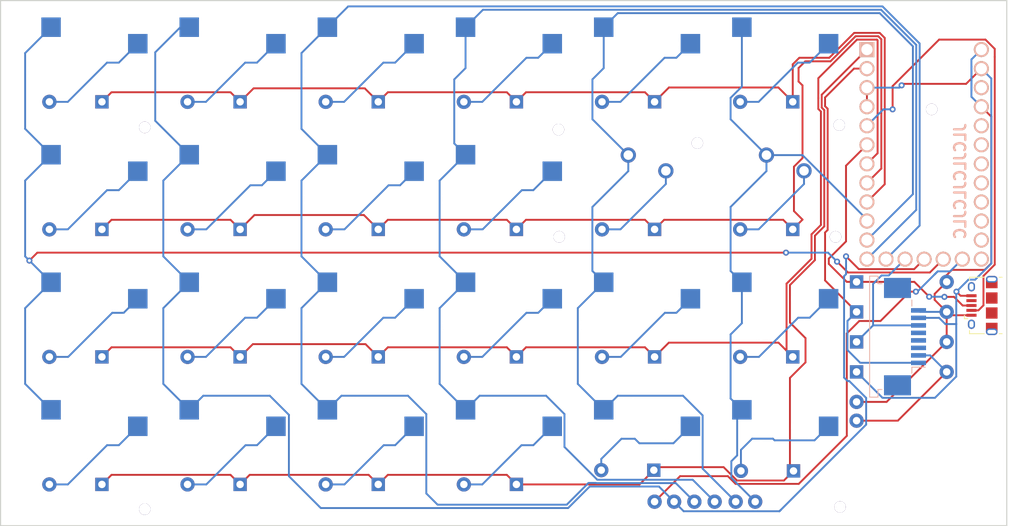
<source format=kicad_pcb>
(kicad_pcb (version 20211014) (generator pcbnew)
  (title_block (title "keyboard") (rev "v1.0.0") (company "Unknown"))
  (layers (0 "F.Cu" signal) (31 "B.Cu" signal) (34 "B.Paste" user) (35 "F.Paste" user) (36 "B.SilkS" user "B.Silkscreen") (37 "F.SilkS" user "F.Silkscreen") (38 "B.Mask" user) (39 "F.Mask" user) (44 "Edge.Cuts" user))
  (net 0 "")
  (net 1 "index_top")
  (net 2 "B4")
  (net 3 "inner_top")
  (net 4 "E6")
  (net 5 "outer_bottom")
  (net 6 "F1")
  (net 7 "outer_home")
  (net 8 "outer_top")
  (net 9 "outer_nums")
  (net 10 "pinky_bottom")
  (net 11 "C7")
  (net 12 "pinky_home")
  (net 13 "pinky_top")
  (net 14 "pinky_nums")
  (net 15 "ring_bottom")
  (net 16 "B7")
  (net 17 "ring_home")
  (net 18 "ring_top")
  (net 19 "ring_nums")
  (net 20 "middle_bottom")
  (net 21 "B5")
  (net 22 "middle_home")
  (net 23 "middle_top")
  (net 24 "middle_nums")
  (net 25 "index_bottom")
  (net 26 "index_home")
  (net 27 "index_nums")
  (net 28 "inner_bottom")
  (net 29 "inner_home")
  (net 30 "inner_nums")
  (net 31 "D3")
  (net 32 "D4")
  (net 33 "C6")
  (net 34 "D7")
  (net 35 "GND")
  (net 36 "RST")
  (net 37 "VCC")
  (net 38 "D2")
  (net 39 "D1")
  (net 40 "D0")
  (net 41 "D5")
  (net 42 "F0")
  (net 43 "B6")
  (net 44 "B2")
  (net 45 "B3")
  (net 46 "B1")
  (net 47 "F7")
  (net 48 "F6")
  (net 49 "F5")
  (net 50 "F4")
  (net 51 "trackpoint_reset")
  (footprint "VIA-0.6mm" (layer "F.Cu") (at 247.7 113.2)
    (fp_text reference "")
    (fp_text value "")
  )
  (footprint "" (layer "F.Cu") (at 225.7 163.4)
    (fp_text reference "")
    (fp_text value "")
  )
  (footprint "ComboDiode" (layer "F.Cu") (at 146 110.1 180)
    (fp_text reference "D4" hide)
    (fp_text value "" hide)
  )
  (footprint "" (layer "F.Cu") (at 236.5 163.4)
    (fp_text reference "")
    (fp_text value "")
  )
  (footprint "ComboDiode" (layer "F.Cu") (at 219.6 127.1 180)
    (fp_text reference "D19" hide)
    (fp_text value "" hide)
  )
  (footprint "PG1350" (layer "F.Cu") (at 219.6 140.1)
    (fp_text reference "S20" hide)
    (fp_text value "" hide)
  )
  (footprint "PG1350" (layer "F.Cu") (at 182.8 106.1)
    (fp_text reference "S14" hide)
    (fp_text value "" hide)
  )
  (footprint "PG1350" (layer "F.Cu") (at 238 123.1)
    (fp_text reference "S2" hide)
    (fp_text value "" hide)
  )
  (footprint "ComboDiode" (layer "F.Cu") (at 182.8 127.1 180)
    (fp_text reference "D11" hide)
    (fp_text value "" hide)
  )
  (footprint "" (layer "F.Cu") (at 228.4 163.4)
    (fp_text reference "")
    (fp_text value "")
  )
  (footprint "ComboDiode" (layer "F.Cu") (at 256 134.1)
    (fp_text reference "D25" hide)
    (fp_text value "" hide)
  )
  (footprint "" (layer "F.Cu") (at 233.9 163.4)
    (fp_text reference "")
    (fp_text value "")
  )
  (footprint "ComboDiode" (layer "F.Cu") (at 256 142.1)
    (fp_text reference "D27" hide)
    (fp_text value "" hide)
  )
  (footprint "ComboDiode" (layer "F.Cu") (at 182.8 161.1 180)
    (fp_text reference "D9" hide)
    (fp_text value "" hide)
  )
  (footprint "PG1350" (layer "F.Cu") (at 182.8 123.1)
    (fp_text reference "S13" hide)
    (fp_text value "" hide)
  )
  (footprint "PG1350" (layer "F.Cu") (at 219.6 157.1)
    (fp_text reference "S19" hide)
    (fp_text value "" hide)
  )
  (footprint "ComboDiode" (layer "F.Cu") (at 238 127.1 180)
    (fp_text reference "D23" hide)
    (fp_text value "" hide)
  )
  (footprint "VIA-0.6mm" (layer "F.Cu") (at 210.3 113.8)
    (fp_text reference "")
    (fp_text value "")
  )
  (footprint "VIA-0.6mm" (layer "F.Cu") (at 247.8 164.1)
    (fp_text reference "")
    (fp_text value "")
  )
  (footprint "PG1350" (layer "F.Cu") (at 201.2 157.1)
    (fp_text reference "S15" hide)
    (fp_text value "" hide)
  )
  (footprint "ComboDiode" (layer "F.Cu") (at 201.2 161.1 180)
    (fp_text reference "D13" hide)
    (fp_text value "" hide)
  )
  (footprint "VIA-0.6mm" (layer "F.Cu") (at 155.2 113.5)
    (fp_text reference "")
    (fp_text value "")
  )
  (footprint "PG1350" (layer "F.Cu") (at 146 123.1)
    (fp_text reference "S5" hide)
    (fp_text value "" hide)
  )
  (footprint "PG1350" (layer "F.Cu") (at 201.2 123.1)
    (fp_text reference "S17" hide)
    (fp_text value "" hide)
  )
  (footprint "PG1350" (layer "F.Cu") (at 201.2 106.1)
    (fp_text reference "S18" hide)
    (fp_text value "" hide)
  )
  (footprint "PG1350" (layer "F.Cu") (at 238 157.1)
    (fp_text reference "S22" hide)
    (fp_text value "" hide)
  )
  (footprint "ComboDiode" (layer "F.Cu") (at 219.6 144.1 180)
    (fp_text reference "D18" hide)
    (fp_text value "" hide)
  )
  (footprint "ComboDiode" (layer "F.Cu") (at 164.4 127.1 180)
    (fp_text reference "D7" hide)
    (fp_text value "" hide)
  )
  (footprint "ComboDiode" (layer "F.Cu") (at 164.4 110.1 180)
    (fp_text reference "D8" hide)
    (fp_text value "" hide)
  )
  (footprint "PG1350" (layer "F.Cu") (at 146 140.1)
    (fp_text reference "S4" hide)
    (fp_text value "" hide)
  )
  (footprint "VIA-0.6mm" (layer "F.Cu") (at 250 150.1)
    (fp_text reference "REF**" hide)
    (fp_text value "VIA-0.6mm" hide)
  )
  (footprint "PG1350" (layer "F.Cu") (at 182.8 140.1)
    (fp_text reference "S12" hide)
    (fp_text value "" hide)
  )
  (footprint "ComboDiode" (layer "F.Cu") (at 146 144.1 180)
    (fp_text reference "D2" hide)
    (fp_text value "" hide)
  )
  (footprint "ComboDiode" (layer "F.Cu") (at 256 138.1)
    (fp_text reference "D26" hide)
    (fp_text value "" hide)
  )
  (footprint "Elite-C-castellated-29pin-holes" (layer "F.Cu") (at 259 117.1 -90)
    (fp_text reference "")
    (fp_text value "")
  )
  (footprint "PG1350" (layer "F.Cu") (at 201.2 140.1)
    (fp_text reference "S16" hide)
    (fp_text value "" hide)
  )
  (footprint "VIA-0.6mm" (layer "F.Cu") (at 247.2 128.1)
    (fp_text reference "")
    (fp_text value "")
  )
  (footprint "ComboDiode" (layer "F.Cu") (at 164.4 144.1 180)
    (fp_text reference "D6" hide)
    (fp_text value "" hide)
  )
  (footprint "ComboDiode" (layer "F.Cu") (at 164.4 161.1 180)
    (fp_text reference "D5" hide)
    (fp_text value "" hide)
  )
  (footprint "PG1350" (layer "F.Cu") (at 164.4 106.1)
    (fp_text reference "S10" hide)
    (fp_text value "" hide)
  )
  (footprint "ComboDiode" (layer "F.Cu") (at 146 161.1 180)
    (fp_text reference "D1" hide)
    (fp_text value "" hide)
  )
  (footprint "PG1350" (layer "F.Cu") (at 182.8 157.1)
    (fp_text reference "S11" hide)
    (fp_text value "" hide)
  )
  (footprint "ComboDiode" (layer "F.Cu") (at 238.1 159.3 180)
    (fp_text reference "D21" hide)
    (fp_text value "" hide)
  )
  (footprint "PG1350" (layer "F.Cu") (at 164.4 157.1)
    (fp_text reference "S7" hide)
    (fp_text value "" hide)
  )
  (footprint "" (layer "F.Cu") (at 231.1 163.4)
    (fp_text reference "")
    (fp_text value "")
  )
  (footprint "PG1350" (layer "F.Cu") (at 238 106.1)
    (fp_text reference "S24" hide)
    (fp_text value "" hide)
  )
  (footprint "VIA-0.6mm" (layer "F.Cu") (at 155.2 164.4)
    (fp_text reference "")
    (fp_text value "")
  )
  (footprint "ComboDiode" (layer "F.Cu") (at 182.8 144.1 180)
    (fp_text reference "D10" hide)
    (fp_text value "" hide)
  )
  (footprint "ComboDiode" (layer "F.Cu") (at 238 110.1 180)
    (fp_text reference "D24" hide)
    (fp_text value "" hide)
  )
  (footprint "VIA-0.6mm" (layer "F.Cu") (at 250 152.6)
    (fp_text reference "REF**" hide)
    (fp_text value "VIA-0.6mm" hide)
  )
  (footprint "PG1350" (layer "F.Cu") (at 238 140.1)
    (fp_text reference "S23" hide)
    (fp_text value "" hide)
  )
  (footprint "" (layer "F.Cu") (at 223.1 163.4)
    (fp_text reference "")
    (fp_text value "")
  )
  (footprint "PG1350" (layer "F.Cu") (at 164.4 140.1)
    (fp_text reference "S8" hide)
    (fp_text value "" hide)
  )
  (footprint "PG1350" (layer "F.Cu") (at 164.4 123.1)
    (fp_text reference "S9" hide)
    (fp_text value "" hide)
  )
  (footprint "ComboDiode" (layer "F.Cu") (at 201.2 110.1 180)
    (fp_text reference "D16" hide)
    (fp_text value "" hide)
  )
  (footprint "PG1350" (layer "F.Cu") (at 219.6 123.1)
    (fp_text reference "S1" hide)
    (fp_text value "" hide)
  )
  (footprint "PG1350" (layer "F.Cu") (at 219.6 106.1)
    (fp_text reference "S21" hide)
    (fp_text value "" hide)
  )
  (footprint "VIA-0.6mm" (layer "F.Cu") (at 210.4 128.1)
    (fp_text reference "")
    (fp_text value "")
  )
  (footprint "ComboDiode" (layer "F.Cu") (at 182.8 110.1 180)
    (fp_text reference "D12" hide)
    (fp_text value "" hide)
  )
  (footprint "ComboDiode" (layer "F.Cu") (at 146 127.1 180)
    (fp_text reference "D3" hide)
    (fp_text value "" hide)
  )
  (footprint "ComboDiode" (layer "F.Cu") (at 201.2 127.1 180)
    (fp_text reference "D15" hide)
    (fp_text value "" hide)
  )
  (footprint "ComboDiode" (layer "F.Cu") (at 256 146.1)
    (fp_text reference "D28" hide)
    (fp_text value "" hide)
  )
  (footprint "ComboDiode" (layer "F.Cu") (at 201.2 144.1 180)
    (fp_text reference "D14" hide)
    (fp_text value "" hide)
  )
  (footprint "VIA-0.6mm" (layer "F.Cu") (at 228.8 115.6)
    (fp_text reference "")
    (fp_text value "")
  )
  (footprint "ComboDiode" (layer "F.Cu") (at 238 144.1 180)
    (fp_text reference "D22" hide)
    (fp_text value "" hide)
  )
  (footprint "Connector_USB:USB_Micro-B_Amphenol_10118194_Horizontal" (layer "F.Cu") (at 266.7 137.25 90)
    (fp_text reference "")
    (fp_text value "USB_Micro-B_Amphenol_10118194_Horizontal")
  )
  (footprint "PG1350" (layer "F.Cu") (at 146 157.1)
    (fp_text reference "S3" hide)
    (fp_text value "" hide)
  )
  (footprint "ComboDiode" (layer "F.Cu") (at 219.5 159.2 180)
    (fp_text reference "D17" hide)
    (fp_text value "" hide)
  )
  (footprint "ComboDiode" (layer "F.Cu") (at 219.6 110.1 180)
    (fp_text reference "D20" hide)
    (fp_text value "" hide)
  )
  (footprint "VIA-0.6mm" (layer "F.Cu") (at 260 111.1)
    (fp_text reference "")
    (fp_text value "")
  )
  (footprint "PG1350" (layer "F.Cu") (at 146 106.1)
    (fp_text reference "S6" hide)
    (fp_text value "" hide)
  )
  (footprint "Connector_FFC-FPC:TE_84952-8_1x08-1MP_P1.0mm_Horizontal" (layer "B.Cu") (at 256.45 141.4 90)
    (fp_text reference "")
    (fp_text value "TE_84952-8_1x08-1MP_P1.0mm_Horizontal")
  )
  (gr_line (start 270 166.6) (end 270 96.6) (layer "Edge.Cuts") (width 0.15))
  (gr_line (start 136 96.6) (end 270 96.6) (layer "Edge.Cuts") (width 0.15))
  (gr_line (start 136 166.6) (end 136 96.6) (layer "Edge.Cuts") (width 0.15))
  (gr_line (start 136 166.6) (end 270 166.6) (layer "Edge.Cuts") (width 0.15))
  (gr_text "JLCJLCJLCJLC" (at 263.8 128.6 90) (layer "B.SilkS") (effects (font (size 1.5 1.5) (thickness 0.3)) (justify right mirror)))
  (segment (start 218.554323 127.1) (end 216.1 127.1) (width 0.25) (layer "B.Cu") (net 1))
  (segment (start 224.6 119.3) (end 224.6 121.054323) (width 0.25) (layer "B.Cu") (net 1))
  (segment (start 224.6 121.054323) (end 218.554323 127.1) (width 0.25) (layer "B.Cu") (net 1))
  (segment (start 229.499511 151.899511) (end 226.875479 149.275479) (width 0.25) (layer "B.Cu") (net 2))
  (segment (start 218.199521 149.275479) (end 216.325 151.15) (width 0.25) (layer "B.Cu") (net 2))
  (segment (start 212.874579 137.600421) (end 216.325 134.15) (width 0.25) (layer "B.Cu") (net 2))
  (segment (start 216.325 100.15) (end 218.199521 98.275479) (width 0.25) (layer "B.Cu") (net 2))
  (segment (start 214.816504 132.641504) (end 214.816504 124.116504) (width 0.25) (layer "B.Cu") (net 2))
  (segment (start 257.5 122.41) (end 251.38 128.53) (width 0.25) (layer "B.Cu") (net 2))
  (segment (start 216.325 151.15) (end 212.874579 147.699579) (width 0.25) (layer "B.Cu") (net 2))
  (segment (start 216.325 105.608008) (end 216.325 100.15) (width 0.25) (layer "B.Cu") (net 2))
  (segment (start 253.075479 98.275479) (end 257.5 102.7) (width 0.25) (layer "B.Cu") (net 2))
  (segment (start 212.874579 147.699579) (end 212.874579 137.600421) (width 0.25) (layer "B.Cu") (net 2))
  (segment (start 257.5 102.7) (end 257.5 122.41) (width 0.25) (layer "B.Cu") (net 2))
  (segment (start 226.875479 149.275479) (end 218.199521 149.275479) (width 0.25) (layer "B.Cu") (net 2))
  (segment (start 219.6 117.2) (end 214.822989 112.422989) (width 0.25) (layer "B.Cu") (net 2))
  (segment (start 229.499511 158.999511) (end 229.499511 151.899511) (width 0.25) (layer "B.Cu") (net 2))
  (segment (start 233.9 163.4) (end 229.499511 158.999511) (width 0.25) (layer "B.Cu") (net 2))
  (segment (start 214.816504 124.116504) (end 219.6 119.333008) (width 0.25) (layer "B.Cu") (net 2))
  (segment (start 219.6 119.333008) (end 219.6 117.2) (width 0.25) (layer "B.Cu") (net 2))
  (segment (start 214.822989 112.422989) (end 214.822989 107.110019) (width 0.25) (layer "B.Cu") (net 2))
  (segment (start 216.325 134.15) (end 214.816504 132.641504) (width 0.25) (layer "B.Cu") (net 2))
  (segment (start 218.199521 98.275479) (end 253.075479 98.275479) (width 0.25) (layer "B.Cu") (net 2))
  (segment (start 214.822989 107.110019) (end 216.325 105.608008) (width 0.25) (layer "B.Cu") (net 2))
  (segment (start 236.954323 127.1) (end 234.5 127.1) (width 0.25) (layer "B.Cu") (net 3))
  (segment (start 243 121.054323) (end 236.954323 127.1) (width 0.25) (layer "B.Cu") (net 3))
  (segment (start 243 119.3) (end 243 121.054323) (width 0.25) (layer "B.Cu") (net 3))
  (segment (start 233.322989 158.010019) (end 234.1 157.233008) (width 0.25) (layer "B.Cu") (net 4))
  (segment (start 233.222989 109.571044) (end 233.222989 112.422989) (width 0.25) (layer "B.Cu") (net 4))
  (segment (start 251.38 125.78423) (end 251.38 125.99) (width 0.25) (layer "B.Cu") (net 4))
  (segment (start 233.222989 141.110019) (end 233.222989 149.647989) (width 0.25) (layer "B.Cu") (net 4))
  (segment (start 233.222989 112.422989) (end 238 117.2) (width 0.25) (layer "B.Cu") (net 4))
  (segment (start 234.1 157.233008) (end 234.1 151.775) (width 0.25) (layer "B.Cu") (net 4))
  (segment (start 242.79577 117.2) (end 251.38 125.78423) (width 0.25) (layer "B.Cu") (net 4))
  (segment (start 236.5 163.4) (end 233.322989 160.222989) (width 0.25) (layer "B.Cu") (net 4))
  (segment (start 238 117.2) (end 242.79577 117.2) (width 0.25) (layer "B.Cu") (net 4))
  (segment (start 234.725 139.608008) (end 233.222989 141.110019) (width 0.25) (layer "B.Cu") (net 4))
  (segment (start 234.1 151.775) (end 234.725 151.15) (width 0.25) (layer "B.Cu") (net 4))
  (segment (start 238 117.2) (end 238 119.333008) (width 0.25) (layer "B.Cu") (net 4))
  (segment (start 233.322989 160.222989) (end 233.322989 158.010019) (width 0.25) (layer "B.Cu") (net 4))
  (segment (start 233.222989 132.647989) (end 234.725 134.15) (width 0.25) (layer "B.Cu") (net 4))
  (segment (start 238 119.333008) (end 233.222989 124.110019) (width 0.25) (layer "B.Cu") (net 4))
  (segment (start 233.222989 149.647989) (end 234.725 151.15) (width 0.25) (layer "B.Cu") (net 4))
  (segment (start 233.222989 124.110019) (end 233.222989 132.647989) (width 0.25) (layer "B.Cu") (net 4))
  (segment (start 234.725 108.069033) (end 233.222989 109.571044) (width 0.25) (layer "B.Cu") (net 4))
  (segment (start 234.725 100.15) (end 234.725 108.069033) (width 0.25) (layer "B.Cu") (net 4))
  (segment (start 234.725 134.15) (end 234.725 139.608008) (width 0.25) (layer "B.Cu") (net 4))
  (segment (start 151.750421 155.874579) (end 150.179744 155.874579) (width 0.25) (layer "B.Cu") (net 5))
  (segment (start 154.275 153.35) (end 151.750421 155.874579) (width 0.25) (layer "B.Cu") (net 5))
  (segment (start 144.954323 161.1) (end 142.5 161.1) (width 0.25) (layer "B.Cu") (net 5))
  (segment (start 150.179744 155.874579) (end 144.954323 161.1) (width 0.25) (layer "B.Cu") (net 5))
  (segment (start 248.84952 132.84952) (end 259.76048 132.84952) (width 0.25) (layer "F.Cu") (net 6))
  (segment (start 247.4 131.4) (end 248.84952 132.84952) (width 0.25) (layer "F.Cu") (net 6))
  (segment (start 140.9 130.2) (end 240.6 130.2) (width 0.25) (layer "F.Cu") (net 6))
  (segment (start 139.8375 131.2625) (end 140.9 130.2) (width 0.25) (layer "F.Cu") (net 6))
  (segment (start 259.76048 132.84952) (end 261.54 131.07) (width 0.25) (layer "F.Cu") (net 6))
  (via (at 247.4 131.4) (size 0.8) (drill 0.4) (layers "F.Cu" "B.Cu") (net 6))
  (via (at 240.6 130.2) (size 0.8) (drill 0.4) (layers "F.Cu" "B.Cu") (net 6))
  (via (at 139.8375 131.2625) (size 0.8) (drill 0.4) (layers "F.Cu" "B.Cu") (net 6))
  (segment (start 246.2 130.2) (end 247.4 131.4) (width 0.25) (layer "B.Cu") (net 6))
  (segment (start 240.6 130.2) (end 246.2 130.2) (width 0.25) (layer "B.Cu") (net 6))
  (segment (start 142.725 100.15) (end 139.274579 103.600421) (width 0.25) (layer "B.Cu") (net 6))
  (segment (start 139.274579 130.699579) (end 139.8375 131.2625) (width 0.25) (layer "B.Cu") (net 6))
  (segment (start 139.8375 131.2625) (end 142.725 134.15) (width 0.25) (layer "B.Cu") (net 6))
  (segment (start 142.725 117.15) (end 139.274579 120.600421) (width 0.25) (layer "B.Cu") (net 6))
  (segment (start 139.274579 113.699579) (end 142.725 117.15) (width 0.25) (layer "B.Cu") (net 6))
  (segment (start 139.274579 120.600421) (end 139.274579 130.699579) (width 0.25) (layer "B.Cu") (net 6))
  (segment (start 142.725 134.15) (end 139.274579 137.600421) (width 0.25) (layer "B.Cu") (net 6))
  (segment (start 139.274579 103.600421) (end 139.274579 113.699579) (width 0.25) (layer "B.Cu") (net 6))
  (segment (start 139.274579 137.600421) (end 139.274579 147.699579) (width 0.25) (layer "B.Cu") (net 6))
  (segment (start 139.274579 147.699579) (end 142.725 151.15) (width 0.25) (layer "B.Cu") (net 6))
  (segment (start 152.400479 138.224521) (end 150.875479 138.224521) (width 0.25) (layer "B.Cu") (net 7))
  (segment (start 150.875479 138.224521) (end 145 144.1) (width 0.25) (layer "B.Cu") (net 7))
  (segment (start 154.275 136.35) (end 152.400479 138.224521) (width 0.25) (layer "B.Cu") (net 7))
  (segment (start 145 144.1) (end 142.5 144.1) (width 0.25) (layer "B.Cu") (net 7))
  (segment (start 150.179744 121.874579) (end 144.954323 127.1) (width 0.25) (layer "B.Cu") (net 8))
  (segment (start 151.750421 121.874579) (end 150.179744 121.874579) (width 0.25) (layer "B.Cu") (net 8))
  (segment (start 144.954323 127.1) (end 142.5 127.1) (width 0.25) (layer "B.Cu") (net 8))
  (segment (start 154.275 119.35) (end 151.750421 121.874579) (width 0.25) (layer "B.Cu") (net 8))
  (segment (start 150.179744 104.874579) (end 144.954323 110.1) (width 0.25) (layer "B.Cu") (net 9))
  (segment (start 151.750421 104.874579) (end 150.179744 104.874579) (width 0.25) (layer "B.Cu") (net 9))
  (segment (start 144.954323 110.1) (end 142.5 110.1) (width 0.25) (layer "B.Cu") (net 9))
  (segment (start 154.275 102.35) (end 151.750421 104.874579) (width 0.25) (layer "B.Cu") (net 9))
  (segment (start 170.150421 155.874579) (end 168.625421 155.874579) (width 0.25) (layer "B.Cu") (net 10))
  (segment (start 163.4 161.1) (end 160.9 161.1) (width 0.25) (layer "B.Cu") (net 10))
  (segment (start 172.675 153.35) (end 170.150421 155.874579) (width 0.25) (layer "B.Cu") (net 10))
  (segment (start 168.625421 155.874579) (end 163.4 161.1) (width 0.25) (layer "B.Cu") (net 10))
  (segment (start 250.3 132.4) (end 257.67 132.4) (width 0.25) (layer "F.Cu") (net 11))
  (segment (start 248.6 130.7) (end 250.3 132.4) (width 0.25) (layer "F.Cu") (net 11))
  (segment (start 257.67 132.4) (end 259 131.07) (width 0.25) (layer "F.Cu") (net 11))
  (via (at 248.6 130.7) (size 0.8) (drill 0.4) (layers "F.Cu" "B.Cu") (net 11))
  (segment (start 248.336969 133.336009) (end 248.336969 146.863991) (width 0.25) (layer "B.Cu") (net 11))
  (segment (start 214.459667 161.376051) (end 211.586197 164.24952) (width 0.25) (layer "B.Cu") (net 11))
  (segment (start 251.277011 153.128956) (end 239.902984 164.502984) (width 0.25) (layer "B.Cu") (net 11))
  (segment (start 157.674579 120.600421) (end 157.674579 130.699579) (width 0.25) (layer "B.Cu") (net 11))
  (segment (start 161.125 151.15) (end 162.999521 149.275479) (width 0.25) (layer "B.Cu") (net 11))
  (segment (start 249.019478 147.313511) (end 251.277011 149.571044) (width 0.25) (layer "B.Cu") (net 11))
  (segment (start 225.7 163.4) (end 226.977011 164.677011) (width 0.25) (layer "B.Cu") (net 11))
  (segment (start 174.4 151.825978) (end 174.4 160) (width 0.25) (layer "B.Cu") (net 11))
  (segment (start 248.6 133.072978) (end 248.336969 133.336009) (width 0.25) (layer "B.Cu") (net 11))
  (segment (start 239.728957 164.677011) (end 239.902984 164.502984) (width 0.25) (layer "B.Cu") (net 11))
  (segment (start 225.7 163.4) (end 223.676051 161.376051) (width 0.25) (layer "B.Cu") (net 11))
  (segment (start 178.64952 164.24952) (end 178.45 164.05) (width 0.25) (layer "B.Cu") (net 11))
  (segment (start 174.4 160) (end 178.45 164.05) (width 0.25) (layer "B.Cu") (net 11))
  (segment (start 211.586197 164.24952) (end 178.64952 164.24952) (width 0.25) (layer "B.Cu") (net 11))
  (segment (start 156.6 112.625) (end 161.125 117.15) (width 0.25) (layer "B.Cu") (net 11))
  (segment (start 239.902984 164.502984) (end 239.728956 164.677011) (width 0.25) (layer "B.Cu") (net 11))
  (segment (start 156.6 103.5) (end 156.6 112.625) (width 0.25) (layer "B.Cu") (net 11))
  (segment (start 248.6 130.7) (end 248.6 133.072978) (width 0.25) (layer "B.Cu") (net 11))
  (segment (start 248.786489 147.313511) (end 249.019478 147.313511) (width 0.25) (layer "B.Cu") (net 11))
  (segment (start 248.336969 146.863991) (end 248.786489 147.313511) (width 0.25) (layer "B.Cu") (net 11))
  (segment (start 162.999521 149.275479) (end 171.849501 149.275479) (width 0.25) (layer "B.Cu") (net 11))
  (segment (start 161.125 117.15) (end 157.674579 120.600421) (width 0.25) (layer "B.Cu") (net 11))
  (segment (start 251.277011 149.571044) (end 251.277011 153.128956) (width 0.25) (layer "B.Cu") (net 11))
  (segment (start 223.676051 161.376051) (end 214.459667 161.376051) (width 0.25) (layer "B.Cu") (net 11))
  (segment (start 171.849501 149.275479) (end 174.4 151.825978) (width 0.25) (layer "B.Cu") (net 11))
  (segment (start 157.674579 130.699579) (end 161.125 134.15) (width 0.25) (layer "B.Cu") (net 11))
  (segment (start 161.125 100.15) (end 159.95 100.15) (width 0.25) (layer "B.Cu") (net 11))
  (segment (start 161.125 134.15) (end 157.674579 137.600421) (width 0.25) (layer "B.Cu") (net 11))
  (segment (start 157.674579 137.600421) (end 157.674579 147.699579) (width 0.25) (layer "B.Cu") (net 11))
  (segment (start 226.977011 164.677011) (end 239.728957 164.677011) (width 0.25) (layer "B.Cu") (net 11))
  (segment (start 157.674579 147.699579) (end 161.125 151.15) (width 0.25) (layer "B.Cu") (net 11))
  (segment (start 159.95 100.15) (end 156.6 103.5) (width 0.25) (layer "B.Cu") (net 11))
  (segment (start 163.354323 144.1) (end 160.9 144.1) (width 0.25) (layer "B.Cu") (net 12))
  (segment (start 170.150421 138.874579) (end 168.579744 138.874579) (width 0.25) (layer "B.Cu") (net 12))
  (segment (start 168.579744 138.874579) (end 163.354323 144.1) (width 0.25) (layer "B.Cu") (net 12))
  (segment (start 172.675 136.35) (end 170.150421 138.874579) (width 0.25) (layer "B.Cu") (net 12))
  (segment (start 170.800479 121.224521) (end 169.275479 121.224521) (width 0.25) (layer "B.Cu") (net 13))
  (segment (start 172.675 119.35) (end 170.800479 121.224521) (width 0.25) (layer "B.Cu") (net 13))
  (segment (start 163.4 127.1) (end 160.9 127.1) (width 0.25) (layer "B.Cu") (net 13))
  (segment (start 169.275479 121.224521) (end 163.4 127.1) (width 0.25) (layer "B.Cu") (net 13))
  (segment (start 163.354323 110.1) (end 160.9 110.1) (width 0.25) (layer "B.Cu") (net 14))
  (segment (start 170.150421 104.874579) (end 168.579744 104.874579) (width 0.25) (layer "B.Cu") (net 14))
  (segment (start 168.579744 104.874579) (end 163.354323 110.1) (width 0.25) (layer "B.Cu") (net 14))
  (segment (start 172.675 102.35) (end 170.150421 104.874579) (width 0.25) (layer "B.Cu") (net 14))
  (segment (start 188.550421 155.874579) (end 187.025421 155.874579) (width 0.25) (layer "B.Cu") (net 15))
  (segment (start 191.075 153.35) (end 188.550421 155.874579) (width 0.25) (layer "B.Cu") (net 15))
  (segment (start 181.8 161.1) (end 179.3 161.1) (width 0.25) (layer "B.Cu") (net 15))
  (segment (start 187.025421 155.874579) (end 181.8 161.1) (width 0.25) (layer "B.Cu") (net 15))
  (segment (start 194.2 163.8) (end 211.4 163.8) (width 0.25) (layer "B.Cu") (net 16))
  (segment (start 179.525 151.15) (end 176.074579 147.699579) (width 0.25) (layer "B.Cu") (net 16))
  (segment (start 190.249501 149.275479) (end 192.699511 151.725489) (width 0.25) (layer "B.Cu") (net 16))
  (segment (start 176.074579 120.600421) (end 179.525 117.15) (width 0.25) (layer "B.Cu") (net 16))
  (segment (start 192.699511 162.299511) (end 194.2 163.8) (width 0.25) (layer "B.Cu") (net 16))
  (segment (start 258.39904 126.59096) (end 253.92 131.07) (width 0.25) (layer "B.Cu") (net 16))
  (segment (start 176.074579 113.699579) (end 176.074579 103.600421) (width 0.25) (layer "B.Cu") (net 16))
  (segment (start 179.525 117.15) (end 176.074579 113.699579) (width 0.25) (layer "B.Cu") (net 16))
  (segment (start 211.4 163.8) (end 214.3 160.9) (width 0.25) (layer "B.Cu") (net 16))
  (segment (start 225.926531 160.926531) (end 228.4 163.4) (width 0.25) (layer "B.Cu") (net 16))
  (segment (start 182.298561 97.376439) (end 253.447874 97.376439) (width 0.25) (layer "B.Cu") (net 16))
  (segment (start 192.699511 151.725489) (end 192.699511 162.299511) (width 0.25) (layer "B.Cu") (net 16))
  (segment (start 258.39904 102.327606) (end 258.39904 126.59096) (width 0.25) (layer "B.Cu") (net 16))
  (segment (start 214.3 160.9) (end 215.258315 160.9) (width 0.25) (layer "B.Cu") (net 16))
  (segment (start 215.284847 160.926531) (end 225.926531 160.926531) (width 0.25) (layer "B.Cu") (net 16))
  (segment (start 176.074579 103.600421) (end 179.525 100.15) (width 0.25) (layer "B.Cu") (net 16))
  (segment (start 176.074579 147.699579) (end 176.074579 137.600421) (width 0.25) (layer "B.Cu") (net 16))
  (segment (start 215.258315 160.9) (end 215.284847 160.926531) (width 0.25) (layer "B.Cu") (net 16))
  (segment (start 179.525 100.15) (end 182.298561 97.376439) (width 0.25) (layer "B.Cu") (net 16))
  (segment (start 253.447874 97.376439) (end 258.39904 102.327606) (width 0.25) (layer "B.Cu") (net 16))
  (segment (start 179.525 151.15) (end 181.399521 149.275479) (width 0.25) (layer "B.Cu") (net 16))
  (segment (start 176.074579 130.699579) (end 176.074579 120.600421) (width 0.25) (layer "B.Cu") (net 16))
  (segment (start 181.399521 149.275479) (end 190.249501 149.275479) (width 0.25) (layer "B.Cu") (net 16))
  (segment (start 176.074579 137.600421) (end 179.525 134.15) (width 0.25) (layer "B.Cu") (net 16))
  (segment (start 179.525 134.15) (end 176.074579 130.699579) (width 0.25) (layer "B.Cu") (net 16))
  (segment (start 188.550421 138.874579) (end 186.979744 138.874579) (width 0.25) (layer "B.Cu") (net 17))
  (segment (start 191.075 136.35) (end 188.550421 138.874579) (width 0.25) (layer "B.Cu") (net 17))
  (segment (start 181.754323 144.1) (end 179.3 144.1) (width 0.25) (layer "B.Cu") (net 17))
  (segment (start 186.979744 138.874579) (end 181.754323 144.1) (width 0.25) (layer "B.Cu") (net 17))
  (segment (start 187.675479 121.224521) (end 181.8 127.1) (width 0.25) (layer "B.Cu") (net 18))
  (segment (start 189.200479 121.224521) (end 187.675479 121.224521) (width 0.25) (layer "B.Cu") (net 18))
  (segment (start 191.075 119.35) (end 189.200479 121.224521) (width 0.25) (layer "B.Cu") (net 18))
  (segment (start 181.8 127.1) (end 179.3 127.1) (width 0.25) (layer "B.Cu") (net 18))
  (segment (start 186.979744 104.874579) (end 181.754323 110.1) (width 0.25) (layer "B.Cu") (net 19))
  (segment (start 188.550421 104.874579) (end 186.979744 104.874579) (width 0.25) (layer "B.Cu") (net 19))
  (segment (start 191.075 102.35) (end 188.550421 104.874579) (width 0.25) (layer "B.Cu") (net 19))
  (segment (start 181.754323 110.1) (end 179.3 110.1) (width 0.25) (layer "B.Cu") (net 19))
  (segment (start 200.154323 161.1) (end 197.7 161.1) (width 0.25) (layer "B.Cu") (net 20))
  (segment (start 205.379744 155.874579) (end 200.154323 161.1) (width 0.25) (layer "B.Cu") (net 20))
  (segment (start 209.475 153.35) (end 206.950421 155.874579) (width 0.25) (layer "B.Cu") (net 20))
  (segment (start 206.950421 155.874579) (end 205.379744 155.874579) (width 0.25) (layer "B.Cu") (net 20))
  (segment (start 257.94952 102.513803) (end 257.94952 124.50048) (width 0.25) (layer "B.Cu") (net 21))
  (segment (start 200.249041 97.825959) (end 253.261676 97.825959) (width 0.25) (layer "B.Cu") (net 21))
  (segment (start 257.94952 124.50048) (end 251.38 131.07) (width 0.25) (layer "B.Cu") (net 21))
  (segment (start 196.422989 115.647989) (end 197.925 117.15) (width 0.25) (layer "B.Cu") (net 21))
  (segment (start 197.925 117.15) (end 194.474579 120.600421) (width 0.25) (layer "B.Cu") (net 21))
  (segment (start 194.474579 137.600421) (end 194.474579 147.699579) (width 0.25) (layer "B.Cu") (net 21))
  (segment (start 197.925 134.15) (end 194.474579 137.600421) (width 0.25) (layer "B.Cu") (net 21))
  (segment (start 196.422989 107.110019) (end 196.422989 115.647989) (width 0.25) (layer "B.Cu") (net 21))
  (segment (start 211.099511 151.725489) (end 208.649501 149.275479) (width 0.25) (layer "B.Cu") (net 21))
  (segment (start 197.925 100.15) (end 197.925 105.608008) (width 0.25) (layer "B.Cu") (net 21))
  (segment (start 197.925 105.608008) (end 196.422989 107.110019) (width 0.25) (layer "B.Cu") (net 21))
  (segment (start 194.474579 120.600421) (end 194.474579 130.699579) (width 0.25) (layer "B.Cu") (net 21))
  (segment (start 253.261676 97.825959) (end 257.94952 102.513803) (width 0.25) (layer "B.Cu") (net 21))
  (segment (start 215.471044 160.477011) (end 211.099511 156.105478) (width 0.25) (layer "B.Cu") (net 21))
  (segment (start 197.925 100.15) (end 200.249041 97.825959) (width 0.25) (layer "B.Cu") (net 21))
  (segment (start 194.474579 130.699579) (end 197.925 134.15) (width 0.25) (layer "B.Cu") (net 21))
  (segment (start 231.1 163.4) (end 228.177011 160.477011) (width 0.25) (layer "B.Cu") (net 21))
  (segment (start 208.649501 149.275479) (end 199.799521 149.275479) (width 0.25) (layer "B.Cu") (net 21))
  (segment (start 194.474579 147.699579) (end 197.925 151.15) (width 0.25) (layer "B.Cu") (net 21))
  (segment (start 211.099511 156.105478) (end 211.099511 151.725489) (width 0.25) (layer "B.Cu") (net 21))
  (segment (start 228.177011 160.477011) (end 215.471044 160.477011) (width 0.25) (layer "B.Cu") (net 21))
  (segment (start 199.799521 149.275479) (end 197.925 151.15) (width 0.25) (layer "B.Cu") (net 21))
  (segment (start 209.475 136.35) (end 207.600479 138.224521) (width 0.25) (layer "B.Cu") (net 22))
  (segment (start 200.154323 144.1) (end 197.7 144.1) (width 0.25) (layer "B.Cu") (net 22))
  (segment (start 207.600479 138.224521) (end 206.029802 138.224521) (width 0.25) (layer "B.Cu") (net 22))
  (segment (start 206.029802 138.224521) (end 200.154323 144.1) (width 0.25) (layer "B.Cu") (net 22))
  (segment (start 200.2 127.1) (end 197.7 127.1) (width 0.25) (layer "B.Cu") (net 23))
  (segment (start 206.950421 121.874579) (end 205.425421 121.874579) (width 0.25) (layer "B.Cu") (net 23))
  (segment (start 209.475 119.35) (end 206.950421 121.874579) (width 0.25) (layer "B.Cu") (net 23))
  (segment (start 205.425421 121.874579) (end 200.2 127.1) (width 0.25) (layer "B.Cu") (net 23))
  (segment (start 207.600479 104.224521) (end 206.029802 104.224521) (width 0.25) (layer "B.Cu") (net 24))
  (segment (start 200.154323 110.1) (end 197.7 110.1) (width 0.25) (layer "B.Cu") (net 24))
  (segment (start 209.475 102.35) (end 207.600479 104.224521) (width 0.25) (layer "B.Cu") (net 24))
  (segment (start 206.029802 104.224521) (end 200.154323 110.1) (width 0.25) (layer "B.Cu") (net 24))
  (segment (start 220.465302 155.010979) (end 218.689021 155.010979) (width 0.25) (layer "B.Cu") (net 25))
  (segment (start 216 157.7) (end 216 159.2) (width 0.25) (layer "B.Cu") (net 25))
  (segment (start 221.071736 155.617413) (end 220.465302 155.010979) (width 0.25) (layer "B.Cu") (net 25))
  (segment (start 227.875 153.35) (end 225.607587 155.617413) (width 0.25) (layer "B.Cu") (net 25))
  (segment (start 225.607587 155.617413) (end 221.071736 155.617413) (width 0.25) (layer "B.Cu") (net 25))
  (segment (start 218.689021 155.010979) (end 216 157.7) (width 0.25) (layer "B.Cu") (net 25))
  (segment (start 226.000479 138.224521) (end 224.475479 138.224521) (width 0.25) (layer "B.Cu") (net 26))
  (segment (start 227.875 136.35) (end 226.000479 138.224521) (width 0.25) (layer "B.Cu") (net 26))
  (segment (start 224.475479 138.224521) (end 218.6 144.1) (width 0.25) (layer "B.Cu") (net 26))
  (segment (start 218.6 144.1) (end 216.1 144.1) (width 0.25) (layer "B.Cu") (net 26))
  (segment (start 218.554323 110.1) (end 216.1 110.1) (width 0.25) (layer "B.Cu") (net 27))
  (segment (start 226.000479 104.224521) (end 224.429802 104.224521) (width 0.25) (layer "B.Cu") (net 27))
  (segment (start 227.875 102.35) (end 226.000479 104.224521) (width 0.25) (layer "B.Cu") (net 27))
  (segment (start 224.429802 104.224521) (end 218.554323 110.1) (width 0.25) (layer "B.Cu") (net 27))
  (segment (start 239.078844 155.224521) (end 238.854323 155) (width 0.25) (layer "B.Cu") (net 28))
  (segment (start 234.6 156.5) (end 234.6 159.3) (width 0.25) (layer "B.Cu") (net 28))
  (segment (start 246.275 153.35) (end 244.400479 155.224521) (width 0.25) (layer "B.Cu") (net 28))
  (segment (start 238.854323 155) (end 236.1 155) (width 0.25) (layer "B.Cu") (net 28))
  (segment (start 236.1 155) (end 234.6 156.5) (width 0.25) (layer "B.Cu") (net 28))
  (segment (start 244.400479 155.224521) (end 239.078844 155.224521) (width 0.25) (layer "B.Cu") (net 28))
  (segment (start 237 144.1) (end 234.5 144.1) (width 0.25) (layer "B.Cu") (net 29))
  (segment (start 243.750421 138.874579) (end 242.225421 138.874579) (width 0.25) (layer "B.Cu") (net 29))
  (segment (start 242.225421 138.874579) (end 237 144.1) (width 0.25) (layer "B.Cu") (net 29))
  (segment (start 246.275 136.35) (end 243.750421 138.874579) (width 0.25) (layer "B.Cu") (net 29))
  (segment (start 236.954323 110.1) (end 234.5 110.1) (width 0.25) (layer "B.Cu") (net 30))
  (segment (start 243.750421 104.874579) (end 242.179744 104.874579) (width 0.25) (layer "B.Cu") (net 30))
  (segment (start 246.275 102.35) (end 243.750421 104.874579) (width 0.25) (layer "B.Cu") (net 30))
  (segment (start 242.179744 104.874579) (end 236.954323 110.1) (width 0.25) (layer "B.Cu") (net 30))
  (segment (start 185.022989 159.822989) (end 186.3 161.1) (width 0.25) (layer "F.Cu") (net 31))
  (segment (start 243.2 141.6) (end 241.125479 139.525479) (width 0.25) (layer "F.Cu") (net 31))
  (segment (start 244.45048 131.2) (end 244.45048 127.95048) (width 0.25) (layer "F.Cu") (net 31))
  (segment (start 243.2 144.827022) (end 243.2 141.6) (width 0.25) (layer "F.Cu") (net 31))
  (segment (start 223 159.2) (end 223.4 158.8) (width 0.25) (layer "F.Cu") (net 31))
  (segment (start 241.125479 158.825479) (end 241.125479 146.901543) (width 0.25) (layer "F.Cu") (net 31))
  (segment (start 244.45048 127.95048) (end 245.7 126.70096) (width 0.25) (layer "F.Cu") (net 31))
  (segment (start 169.177011 159.822989) (end 185.022989 159.822989) (width 0.25) (layer "F.Cu") (net 31))
  (segment (start 245.7 111.20787) (end 245.355959 110.863828) (width 0.25) (layer "F.Cu") (net 31))
  (segment (start 204.7 161.1) (end 221.1 161.1) (width 0.25) (layer "F.Cu") (net 31))
  (segment (start 187.577011 159.822989) (end 203.422989 159.822989) (width 0.25) (layer "F.Cu") (net 31))
  (segment (start 240.322989 160.577011) (end 241.6 159.3) (width 0.25) (layer "F.Cu") (net 31))
  (segment (start 203.422989 159.822989) (end 204.7 161.1) (width 0.25) (layer "F.Cu") (net 31))
  (segment (start 245.355959 110.863828) (end 245.355959 109.154041) (width 0.25) (layer "F.Cu") (net 31))
  (segment (start 221.1 161.1) (end 223 159.2) (width 0.25) (layer "F.Cu") (net 31))
  (segment (start 245.355959 109.154041) (end 251.38 103.13) (width 0.25) (layer "F.Cu") (net 31))
  (segment (start 241.125479 146.901543) (end 243.2 144.827022) (width 0.25) (layer "F.Cu") (net 31))
  (segment (start 186.3 161.1) (end 187.577011 159.822989) (width 0.25) (layer "F.Cu") (net 31))
  (segment (start 166.622989 159.822989) (end 167.9 161.1) (width 0.25) (layer "F.Cu") (net 31))
  (segment (start 167.9 161.1) (end 169.177011 159.822989) (width 0.25) (layer "F.Cu") (net 31))
  (segment (start 232.294033 158.8) (end 234.071044 160.577011) (width 0.25) (layer "F.Cu") (net 31))
  (segment (start 223.4 158.8) (end 232.294033 158.8) (width 0.25) (layer "F.Cu") (net 31))
  (segment (start 241.125479 134.525001) (end 244.45048 131.2) (width 0.25) (layer "F.Cu") (net 31))
  (segment (start 245.7 126.70096) (end 245.7 111.20787) (width 0.25) (layer "F.Cu") (net 31))
  (segment (start 241.6 159.3) (end 241.125479 158.825479) (width 0.25) (layer "F.Cu") (net 31))
  (segment (start 241.125479 139.525479) (end 241.125479 134.525001) (width 0.25) (layer "F.Cu") (net 31))
  (segment (start 149.5 161.1) (end 150.777011 159.822989) (width 0.25) (layer "F.Cu") (net 31))
  (segment (start 234.071044 160.577011) (end 240.322989 160.577011) (width 0.25) (layer "F.Cu") (net 31))
  (segment (start 150.777011 159.822989) (end 166.622989 159.822989) (width 0.25) (layer "F.Cu") (net 31))
  (segment (start 223.1 144.1) (end 225 142.2) (width 0.25) (layer "F.Cu") (net 32))
  (segment (start 245.25048 126.514763) (end 245.25048 111.394067) (width 0.25) (layer "F.Cu") (net 32))
  (segment (start 252.8 101.900978) (end 252.8 116.95) (width 0.25) (layer "F.Cu") (net 32))
  (segment (start 204.7 144.1) (end 205.977011 142.822989) (width 0.25) (layer "F.Cu") (net 32))
  (segment (start 244.906439 106.954539) (end 250.055489 101.805489) (width 0.25) (layer "F.Cu") (net 32))
  (segment (start 245.25048 111.394067) (end 244.90644 111.050027) (width 0.25) (layer "F.Cu") (net 32))
  (segment (start 250.055489 101.805489) (end 252.704511 101.805489) (width 0.25) (layer "F.Cu") (net 32))
  (segment (start 169.6 142.4) (end 184.6 142.4) (width 0.25) (layer "F.Cu") (net 32))
  (segment (start 239.6 142.2) (end 241.5 144.1) (width 0.25) (layer "F.Cu") (net 32))
  (segment (start 240.939282 134.075481) (end 244.00096 131.013803) (width 0.25) (layer "F.Cu") (net 32))
  (segment (start 149.5 144.1) (end 150.777011 142.822989) (width 0.25) (layer "F.Cu") (net 32))
  (segment (start 252.8 116.95) (end 251.38 118.37) (width 0.25) (layer "F.Cu") (net 32))
  (segment (start 244.90644 111.050027) (end 244.906439 109.6) (width 0.25) (layer "F.Cu") (net 32))
  (segment (start 240.675959 143.275959) (end 240.675959 134.338803) (width 0.25) (layer "F.Cu") (net 32))
  (segment (start 203.422989 142.822989) (end 204.7 144.1) (width 0.25) (layer "F.Cu") (net 32))
  (segment (start 186.3 144.1) (end 187.577011 142.822989) (width 0.25) (layer "F.Cu") (net 32))
  (segment (start 240.675959 134.338803) (end 240.939282 134.075481) (width 0.25) (layer "F.Cu") (net 32))
  (segment (start 167.9 144.1) (end 169.6 142.4) (width 0.25) (layer "F.Cu") (net 32))
  (segment (start 244.906439 109.6) (end 244.906439 106.954539) (width 0.25) (layer "F.Cu") (net 32))
  (segment (start 150.777011 142.822989) (end 166.622989 142.822989) (width 0.25) (layer "F.Cu") (net 32))
  (segment (start 205.977011 142.822989) (end 221.822989 142.822989) (width 0.25) (layer "F.Cu") (net 32))
  (segment (start 252.704511 101.805489) (end 252.8 101.900978) (width 0.25) (layer "F.Cu") (net 32))
  (segment (start 166.622989 142.822989) (end 167.9 144.1) (width 0.25) (layer "F.Cu") (net 32))
  (segment (start 184.6 142.4) (end 186.3 144.1) (width 0.25) (layer "F.Cu") (net 32))
  (segment (start 187.577011 142.822989) (end 203.422989 142.822989) (width 0.25) (layer "F.Cu") (net 32))
  (segment (start 244.00096 127.764283) (end 245.25048 126.514763) (width 0.25) (layer "F.Cu") (net 32))
  (segment (start 225 142.2) (end 239.6 142.2) (width 0.25) (layer "F.Cu") (net 32))
  (segment (start 241.5 144.1) (end 240.675959 143.275959) (width 0.25) (layer "F.Cu") (net 32))
  (segment (start 221.822989 142.822989) (end 223.1 144.1) (width 0.25) (layer "F.Cu") (net 32))
  (segment (start 244.00096 131.013803) (end 244.00096 127.764283) (width 0.25) (layer "F.Cu") (net 32))
  (segment (start 149.5 127.1) (end 150.777011 125.822989) (width 0.25) (layer "F.Cu") (net 33))
  (segment (start 240.222989 125.822989) (end 241.5 127.1) (width 0.25) (layer "F.Cu") (net 33))
  (segment (start 241.5 127.1) (end 242.8 125.8) (width 0.25) (layer "F.Cu") (net 33))
  (segment (start 221.822989 125.822989) (end 223.1 127.1) (width 0.25) (layer "F.Cu") (net 33))
  (segment (start 224.377011 125.822989) (end 240.222989 125.822989) (width 0.25) (layer "F.Cu") (net 33))
  (segment (start 241.659489 118.744741) (end 242.8 117.60423) (width 0.25) (layer "F.Cu") (net 33))
  (segment (start 167.9 127.1) (end 169.810979 125.189021) (width 0.25) (layer "F.Cu") (net 33))
  (segment (start 205.977011 125.822989) (end 221.822989 125.822989) (width 0.25) (layer "F.Cu") (net 33))
  (segment (start 249.869292 101.355969) (end 252.890709 101.355969) (width 0.25) (layer "F.Cu") (net 33))
  (segment (start 166.622989 125.822989) (end 167.9 127.1) (width 0.25) (layer "F.Cu") (net 33))
  (segment (start 246.525261 104.7) (end 249.869292 101.355969) (width 0.25) (layer "F.Cu") (net 33))
  (segment (start 241.659489 124.659489) (end 241.659489 118.744741) (width 0.25) (layer "F.Cu") (net 33))
  (segment (start 253.3 101.76526) (end 253.3 118.99) (width 0.25) (layer "F.Cu") (net 33))
  (segment (start 169.810979 125.189021) (end 184.389021 125.189021) (width 0.25) (layer "F.Cu") (net 33))
  (segment (start 242.274579 107.387763) (end 242.274579 105.592413) (width 0.25) (layer "F.Cu") (net 33))
  (segment (start 242.8 107.913184) (end 242.274579 107.387763) (width 0.25) (layer "F.Cu") (net 33))
  (segment (start 252.890709 101.355969) (end 253.3 101.76526) (width 0.25) (layer "F.Cu") (net 33))
  (segment (start 243.166992 104.7) (end 246.525261 104.7) (width 0.25) (layer "F.Cu") (net 33))
  (segment (start 223.1 127.1) (end 224.377011 125.822989) (width 0.25) (layer "F.Cu") (net 33))
  (segment (start 186.3 127.1) (end 187.577011 125.822989) (width 0.25) (layer "F.Cu") (net 33))
  (segment (start 242.8 117.60423) (end 242.8 107.913184) (width 0.25) (layer "F.Cu") (net 33))
  (segment (start 203.422989 125.822989) (end 204.7 127.1) (width 0.25) (layer "F.Cu") (net 33))
  (segment (start 242.8 125.8) (end 241.659489 124.659489) (width 0.25) (layer "F.Cu") (net 33))
  (segment (start 187.577011 125.822989) (end 203.422989 125.822989) (width 0.25) (layer "F.Cu") (net 33))
  (segment (start 253.3 118.99) (end 251.38 120.91) (width 0.25) (layer "F.Cu") (net 33))
  (segment (start 204.7 127.1) (end 205.977011 125.822989) (width 0.25) (layer "F.Cu") (net 33))
  (segment (start 242.274579 105.592413) (end 243.166992 104.7) (width 0.25) (layer "F.Cu") (net 33))
  (segment (start 150.777011 125.822989) (end 166.622989 125.822989) (width 0.25) (layer "F.Cu") (net 33))
  (segment (start 184.389021 125.189021) (end 186.3 127.1) (width 0.25) (layer "F.Cu") (net 33))
  (segment (start 203.422989 108.822989) (end 204.7 110.1) (width 0.25) (layer "F.Cu") (net 34))
  (segment (start 149.5 110.1) (end 150.777011 108.822989) (width 0.25) (layer "F.Cu") (net 34))
  (segment (start 246.365023 104.224521) (end 249.683095 100.906449) (width 0.25) (layer "F.Cu") (net 34))
  (segment (start 223.1 110.1) (end 225.010979 108.189021) (width 0.25) (layer "F.Cu") (net 34))
  (segment (start 187.577011 108.822989) (end 203.422989 108.822989) (width 0.25) (layer "F.Cu") (net 34))
  (segment (start 184.5 108.3) (end 186.3 110.1) (width 0.25) (layer "F.Cu") (net 34))
  (segment (start 186.3 110.1) (end 187.577011 108.822989) (width 0.25) (layer "F.Cu") (net 34))
  (segment (start 204.7 110.1) (end 205.977011 108.822989) (width 0.25) (layer "F.Cu") (net 34))
  (segment (start 205.977011 108.822989) (end 221.822989 108.822989) (width 0.25) (layer "F.Cu") (net 34))
  (segment (start 241.5 110.1) (end 241.5 105.1) (width 0.25) (layer "F.Cu") (net 34))
  (segment (start 242.375479 104.224521) (end 246.365023 104.224521) (width 0.25) (layer "F.Cu") (net 34))
  (segment (start 249.683095 100.906449) (end 253.076907 100.906449) (width 0.25) (layer "F.Cu") (net 34))
  (segment (start 225.010979 108.189021) (end 239.589021 108.189021) (width 0.25) (layer "F.Cu") (net 34))
  (segment (start 221.822989 108.822989) (end 223.1 110.1) (width 0.25) (layer "F.Cu") (net 34))
  (segment (start 169.7 108.3) (end 184.5 108.3) (width 0.25) (layer "F.Cu") (net 34))
  (segment (start 167.9 110.1) (end 169.7 108.3) (width 0.25) (layer "F.Cu") (net 34))
  (segment (start 253.74952 121.08048) (end 251.38 123.45) (width 0.25) (layer "F.Cu") (net 34))
  (segment (start 253.076907 100.906449) (end 253.74952 101.579063) (width 0.25) (layer "F.Cu") (net 34))
  (segment (start 166.622989 108.822989) (end 167.9 110.1) (width 0.25) (layer "F.Cu") (net 34))
  (segment (start 150.777011 108.822989) (end 166.622989 108.822989) (width 0.25) (layer "F.Cu") (net 34))
  (segment (start 241.5 105.1) (end 242.375479 104.224521) (width 0.25) (layer "F.Cu") (net 34))
  (segment (start 253.74952 101.579063) (end 253.74952 121.08048) (width 0.25) (layer "F.Cu") (net 34))
  (segment (start 239.589021 108.189021) (end 241.5 110.1) (width 0.25) (layer "F.Cu") (net 34))
  (segment (start 264.59 107.7) (end 266.62 105.67) (width 0.25) (layer "F.Cu") (net 35))
  (segment (start 251.38 108.21) (end 251.38 110.75) (width 0.25) (layer "F.Cu") (net 35))
  (segment (start 263.3 135.4) (end 263.85 135.95) (width 0.25) (layer "F.Cu") (net 35))
  (segment (start 263.85 135.95) (end 265.3 135.95) (width 0.25) (layer "F.Cu") (net 35))
  (segment (start 256 107.9) (end 256.2 107.7) (width 0.25) (layer "F.Cu") (net 35))
  (segment (start 256.2 107.7) (end 264.59 107.7) (width 0.25) (layer "F.Cu") (net 35))
  (via (at 263.3 135.4) (size 0.8) (drill 0.4) (layers "F.Cu" "B.Cu") (net 35))
  (via (at 256 107.9) (size 0.8) (drill 0.4) (layers "F.Cu" "B.Cu") (net 35))
  (segment (start 263.277011 135.422989) (end 263.277011 139.722989) (width 0.25) (layer "B.Cu") (net 35))
  (segment (start 263.3 135.4) (end 263.277011 135.422989) (width 0.25) (layer "B.Cu") (net 35))
  (segment (start 264.89952 133.80048) (end 265.79952 133.80048) (width 0.25) (layer "B.Cu") (net 35))
  (segment (start 263.277011 139.722989) (end 263.277011 146.722989) (width 0.25) (layer "B.Cu") (net 35))
  (segment (start 263.277011 146.722989) (end 260.445489 149.554511) (width 0.25) (layer "B.Cu") (net 35))
  (segment (start 260.994033 138.9) (end 261.817022 139.722989) (width 0.25) (layer "B.Cu") (net 35))
  (segment (start 258.25 138.9) (end 260.994033 138.9) (width 0.25) (layer "B.Cu") (net 35))
  (segment (start 260.445489 149.554511) (end 253.454511 149.554511) (width 0.25) (layer "B.Cu") (net 35))
  (segment (start 255.69 108.21) (end 251.38 108.21) (width 0.25) (layer "B.Cu") (net 35))
  (segment (start 267.944511 106.994511) (end 266.62 105.67) (width 0.25) (layer "B.Cu") (net 35))
  (segment (start 253.454511 149.554511) (end 250 146.1) (width 0.25) (layer "B.Cu") (net 35))
  (segment (start 256 107.9) (end 255.69 108.21) (width 0.25) (layer "B.Cu") (net 35))
  (segment (start 261.817022 139.722989) (end 263.277011 139.722989) (width 0.25) (layer "B.Cu") (net 35))
  (segment (start 265.79952 133.80048) (end 267.944511 131.655489) (width 0.25) (layer "B.Cu") (net 35))
  (segment (start 267.944511 131.655489) (end 267.944511 106.994511) (width 0.25) (layer "B.Cu") (net 35))
  (segment (start 263.3 135.4) (end 264.89952 133.80048) (width 0.25) (layer "B.Cu") (net 35))
  (segment (start 262.7 132.5) (end 262 133.2) (width 0.25) (layer "F.Cu") (net 37))
  (segment (start 260.4 136.5) (end 262 138.1) (width 0.25) (layer "F.Cu") (net 37))
  (segment (start 262 142.1) (end 254 150.1) (width 0.25) (layer "F.Cu") (net 37))
  (segment (start 262 134.1) (end 260.4 135.7) (width 0.25) (layer "F.Cu") (net 37))
  (segment (start 267.063143 132.5) (end 262.7 132.5) (width 0.25) (layer "F.Cu") (net 37))
  (segment (start 262 138.1) (end 262.45 138.55) (width 0.25) (layer "F.Cu") (net 37))
  (segment (start 262 138.1) (end 262 142.1) (width 0.25) (layer "F.Cu") (net 37))
  (segment (start 262.45 138.55) (end 265.3 138.55) (width 0.25) (layer "F.Cu") (net 37))
  (segment (start 266.62 110.75) (end 267.944511 112.074511) (width 0.25) (layer "F.Cu") (net 37))
  (segment (start 254 150.1) (end 250 150.1) (width 0.25) (layer "F.Cu") (net 37))
  (segment (start 267.944511 131.618632) (end 267.063143 132.5) (width 0.25) (layer "F.Cu") (net 37))
  (segment (start 267.944511 112.074511) (end 267.944511 131.618632) (width 0.25) (layer "F.Cu") (net 37))
  (segment (start 260.4 135.7) (end 260.4 136.5) (width 0.25) (layer "F.Cu") (net 37))
  (segment (start 262 133.2) (end 262 134.1) (width 0.25) (layer "F.Cu") (net 37))
  (segment (start 265.295489 109.425489) (end 265.295489 105.404511) (width 0.25) (layer "B.Cu") (net 37))
  (segment (start 262 138.1) (end 258.45 138.1) (width 0.25) (layer "B.Cu") (net 37))
  (segment (start 258.45 138.1) (end 258.25 137.9) (width 0.25) (layer "B.Cu") (net 37))
  (segment (start 266.62 103.13) (end 265.295489 104.454511) (width 0.25) (layer "B.Cu") (net 37))
  (segment (start 266.62 110.75) (end 265.295489 109.425489) (width 0.25) (layer "B.Cu") (net 37))
  (segment (start 265.295489 105.404511) (end 265.3 105.4) (width 0.25) (layer "B.Cu") (net 37))
  (segment (start 265.295489 104.454511) (end 265.295489 108.6) (width 0.25) (layer "B.Cu") (net 37))
  (segment (start 245.805479 133.905479) (end 250 138.1) (width 0.25) (layer "F.Cu") (net 38))
  (segment (start 249.657848 105.67) (end 245.805479 109.522369) (width 0.25) (layer "F.Cu") (net 38))
  (segment (start 245.805479 127.522369) (end 245.805479 133.905479) (width 0.25) (layer "F.Cu") (net 38))
  (segment (start 246.14952 111.021673) (end 246.14952 127.178328) (width 0.25) (layer "F.Cu") (net 38))
  (segment (start 251.38 105.67) (end 249.657848 105.67) (width 0.25) (layer "F.Cu") (net 38))
  (segment (start 246.14952 127.178328) (end 245.805479 127.522369) (width 0.25) (layer "F.Cu") (net 38))
  (segment (start 245.805479 110.677631) (end 246.14952 111.021673) (width 0.25) (layer "F.Cu") (net 38))
  (segment (start 245.805479 109.522369) (end 245.805479 110.677631) (width 0.25) (layer "F.Cu") (net 38))
  (segment (start 250 138.1) (end 248.786489 139.313511) (width 0.25) (layer "B.Cu") (net 38))
  (segment (start 248.786489 143.186489) (end 250.486489 144.886489) (width 0.25) (layer "B.Cu") (net 38))
  (segment (start 258.236489 144.886489) (end 258.25 144.9) (width 0.25) (layer "B.Cu") (net 38))
  (segment (start 248.786489 139.313511) (end 248.786489 143.186489) (width 0.25) (layer "B.Cu") (net 38))
  (segment (start 250.486489 144.886489) (end 258.236489 144.886489) (width 0.25) (layer "B.Cu") (net 38))
  (segment (start 267.168632 101.805489) (end 260.994511 101.805489) (width 0.25) (layer "F.Cu") (net 39))
  (segment (start 254.8 108) (end 254.8 111.1) (width 0.25) (layer "F.Cu") (net 39))
  (segment (start 260.994511 101.805489) (end 254.8 108) (width 0.25) (layer "F.Cu") (net 39))
  (segment (start 266.900489 133.298372) (end 268.4 131.798861) (width 0.25) (layer "F.Cu") (net 39))
  (segment (start 268.4 131.798861) (end 268.4 104.1) (width 0.25) (layer "F.Cu") (net 39))
  (segment (start 268.4 103.036857) (end 267.168632 101.805489) (width 0.25) (layer "F.Cu") (net 39))
  (segment (start 265.3 137.9) (end 266.225 137.9) (width 0.25) (layer "F.Cu") (net 39))
  (segment (start 266.900489 137.224511) (end 266.900489 133.298372) (width 0.25) (layer "F.Cu") (net 39))
  (segment (start 266.225 137.9) (end 266.900489 137.224511) (width 0.25) (layer "F.Cu") (net 39))
  (segment (start 268.4 104.1) (end 268.4 103.036857) (width 0.25) (layer "F.Cu") (net 39))
  (via (at 254.8 111.1) (size 0.8) (drill 0.4) (layers "F.Cu" "B.Cu") (net 39))
  (segment (start 253.57 111.1) (end 251.38 113.29) (width 0.25) (layer "B.Cu") (net 39))
  (segment (start 254.8 111.1) (end 253.57 111.1) (width 0.25) (layer "B.Cu") (net 39))
  (segment (start 261.7 136.1) (end 262.975386 136.1) (width 0.25) (layer "F.Cu") (net 40))
  (segment (start 248.594521 118.615479) (end 251.38 115.83) (width 0.25) (layer "F.Cu") (net 40))
  (segment (start 259.6755 136.079123) (end 257.696377 134.1) (width 0.25) (layer "F.Cu") (net 40))
  (segment (start 248.594521 128.705479) (end 248.594521 118.615479) (width 0.25) (layer "F.Cu") (net 40))
  (segment (start 246.3 131.7) (end 246.3 131) (width 0.25) (layer "F.Cu") (net 40))
  (segment (start 257.696377 134.1) (end 250 134.1) (width 0.25) (layer "F.Cu") (net 40))
  (segment (start 264.125386 137.25) (end 265.3 137.25) (width 0.25) (layer "F.Cu") (net 40))
  (segment (start 262.975386 136.1) (end 264.125386 137.25) (width 0.25) (layer "F.Cu") (net 40))
  (segment (start 250 134.1) (end 248.7 134.1) (width 0.25) (layer "F.Cu") (net 40))
  (segment (start 246.3 131) (end 248.594521 128.705479) (width 0.25) (layer "F.Cu") (net 40))
  (segment (start 248.7 134.1) (end 246.3 131.7) (width 0.25) (layer "F.Cu") (net 40))
  (via (at 259.6755 136.079123) (size 0.8) (drill 0.4) (layers "F.Cu" "B.Cu") (net 40))
  (via (at 261.7 136.1) (size 0.8) (drill 0.4) (layers "F.Cu" "B.Cu") (net 40))
  (segment (start 261.679123 136.079123) (end 261.7 136.1) (width 0.25) (layer "B.Cu") (net 40))
  (segment (start 259.6755 136.079123) (end 261.679123 136.079123) (width 0.25) (layer "B.Cu") (net 40))
  (segment (start 253.325489 133.245489) (end 252.2 134.370978) (width 0.25) (layer "B.Cu") (net 41))
  (segment (start 250 142.1) (end 252.2 139.9) (width 0.25) (layer "B.Cu") (net 41))
  (segment (start 252.2 139.9) (end 258.25 139.9) (width 0.25) (layer "B.Cu") (net 41))
  (segment (start 252.2 134.370978) (end 252.2 139.9) (width 0.25) (layer "B.Cu") (net 41))
  (segment (start 254.284511 133.245489) (end 253.325489 133.245489) (width 0.25) (layer "B.Cu") (net 41))
  (segment (start 256.46 131.07) (end 254.284511 133.245489) (width 0.25) (layer "B.Cu") (net 41))
  (segment (start 250.359467 139.313511) (end 253.186489 139.313511) (width 0.25) (layer "F.Cu") (net 42))
  (segment (start 223.1 163.4) (end 226.5 160) (width 0.25) (layer "F.Cu") (net 42))
  (segment (start 257.9 135.4) (end 258 135.4) (width 0.25) (layer "F.Cu") (net 42))
  (segment (start 242.300491 161.026531) (end 248.7 154.627022) (width 0.25) (layer "F.Cu") (net 42))
  (segment (start 253.186489 139.313511) (end 257.1 135.4) (width 0.25) (layer "F.Cu") (net 42))
  (segment (start 257.1 135.4) (end 257.9 135.4) (width 0.25) (layer "F.Cu") (net 42))
  (segment (start 226.5 160) (end 232.858315 160) (width 0.25) (layer "F.Cu") (net 42))
  (segment (start 232.858315 160) (end 233.884846 161.026531) (width 0.25) (layer "F.Cu") (net 42))
  (segment (start 233.884846 161.026531) (end 242.300491 161.026531) (width 0.25) (layer "F.Cu") (net 42))
  (segment (start 248.7 140.972978) (end 250.359467 139.313511) (width 0.25) (layer "F.Cu") (net 42))
  (segment (start 248.7 154.627022) (end 248.7 140.972978) (width 0.25) (layer "F.Cu") (net 42))
  (via (at 257.9 135.4) (size 0.8) (drill 0.4) (layers "F.Cu" "B.Cu") (net 42))
  (segment (start 258.1 135.4) (end 260.4 133.1) (width 0.25) (layer "B.Cu") (net 42))
  (segment (start 257.9 135.4) (end 258.1 135.4) (width 0.25) (layer "B.Cu") (net 42))
  (segment (start 264.08 131.07) (end 262.45 132.7) (width 0.25) (layer "B.Cu") (net 42))
  (segment (start 260.8 132.7) (end 260.4 133.1) (width 0.25) (layer "B.Cu") (net 42))
  (segment (start 262.45 132.7) (end 260.8 132.7) (width 0.25) (layer "B.Cu") (net 42))
  (segment (start 260.4 133.1) (end 260.7 132.8) (width 0.25) (layer "B.Cu") (net 42))
  (segment (start 262 146.1) (end 255.5 152.6) (width 0.25) (layer "F.Cu") (net 51))
  (segment (start 255.5 152.6) (end 250 152.6) (width 0.25) (layer "F.Cu") (net 51))
  (segment (start 259.8 143.9) (end 262 146.1) (width 0.25) (layer "B.Cu") (net 51))
  (segment (start 258.25 143.9) (end 259.8 143.9) (width 0.25) (layer "B.Cu") (net 51))
)
</source>
